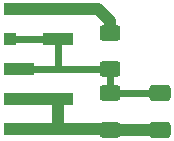
<source format=gbr>
%TF.GenerationSoftware,KiCad,Pcbnew,7.0.10-7.0.10~ubuntu22.04.1*%
%TF.CreationDate,2024-01-16T21:14:25+01:00*%
%TF.ProjectId,teszt5,7465737a-7435-42e6-9b69-6361645f7063,rev?*%
%TF.SameCoordinates,PX5f5e100PY5f5e100*%
%TF.FileFunction,Copper,L1,Top*%
%TF.FilePolarity,Positive*%
%FSLAX46Y46*%
G04 Gerber Fmt 4.6, Leading zero omitted, Abs format (unit mm)*
G04 Created by KiCad (PCBNEW 7.0.10-7.0.10~ubuntu22.04.1) date 2024-01-16 21:14:25*
%MOMM*%
%LPD*%
G01*
G04 APERTURE LIST*
G04 Aperture macros list*
%AMRoundRect*
0 Rectangle with rounded corners*
0 $1 Rounding radius*
0 $2 $3 $4 $5 $6 $7 $8 $9 X,Y pos of 4 corners*
0 Add a 4 corners polygon primitive as box body*
4,1,4,$2,$3,$4,$5,$6,$7,$8,$9,$2,$3,0*
0 Add four circle primitives for the rounded corners*
1,1,$1+$1,$2,$3*
1,1,$1+$1,$4,$5*
1,1,$1+$1,$6,$7*
1,1,$1+$1,$8,$9*
0 Add four rect primitives between the rounded corners*
20,1,$1+$1,$2,$3,$4,$5,0*
20,1,$1+$1,$4,$5,$6,$7,0*
20,1,$1+$1,$6,$7,$8,$9,0*
20,1,$1+$1,$8,$9,$2,$3,0*%
G04 Aperture macros list end*
%TA.AperFunction,SMDPad,CuDef*%
%ADD10R,1.000000X1.000000*%
%TD*%
%TA.AperFunction,SMDPad,CuDef*%
%ADD11RoundRect,0.250000X-0.625000X0.400000X-0.625000X-0.400000X0.625000X-0.400000X0.625000X0.400000X0*%
%TD*%
%TA.AperFunction,SMDPad,CuDef*%
%ADD12R,2.510000X1.000000*%
%TD*%
%TA.AperFunction,SMDPad,CuDef*%
%ADD13RoundRect,0.250000X-0.650000X0.412500X-0.650000X-0.412500X0.650000X-0.412500X0.650000X0.412500X0*%
%TD*%
%TA.AperFunction,Conductor*%
%ADD14C,1.000000*%
%TD*%
%TA.AperFunction,Conductor*%
%ADD15C,0.600000*%
%TD*%
G04 APERTURE END LIST*
D10*
%TO.P,TP4,1,1*%
%TO.N,gnd*%
X1750000Y5975000D03*
%TD*%
%TO.P,TP2,1,1*%
%TO.N,Net-(J1-Pin_2)*%
X1750000Y11050000D03*
%TD*%
D11*
%TO.P,R2,2*%
%TO.N,gnd*%
X10175000Y3400000D03*
%TO.P,R2,1*%
%TO.N,Net-(J1-Pin_2)*%
X10175000Y6500000D03*
%TD*%
%TO.P,R1,1*%
%TO.N,vcc*%
X10175000Y11625000D03*
%TO.P,R1,2*%
%TO.N,Net-(J1-Pin_2)*%
X10175000Y8525000D03*
%TD*%
D12*
%TO.P,J1,1,Pin_1*%
%TO.N,vcc*%
X2495000Y13580000D03*
%TO.P,J1,2,Pin_2*%
%TO.N,Net-(J1-Pin_2)*%
X5805000Y11040000D03*
%TO.P,J1,3,Pin_3*%
X2495000Y8500000D03*
%TO.P,J1,4,Pin_4*%
%TO.N,gnd*%
X5805000Y5960000D03*
%TO.P,J1,5,Pin_5*%
X2495000Y3420000D03*
%TD*%
D13*
%TO.P,C1,1*%
%TO.N,Net-(J1-Pin_2)*%
X14400000Y6512500D03*
%TO.P,C1,2*%
%TO.N,gnd*%
X14400000Y3387500D03*
%TD*%
D14*
%TO.N,gnd*%
X5805000Y5960000D02*
X1765000Y5960000D01*
X1765000Y5960000D02*
X1750000Y5975000D01*
D15*
%TO.N,Net-(J1-Pin_2)*%
X1750000Y11050000D02*
X5795000Y11050000D01*
X5795000Y11050000D02*
X5805000Y11040000D01*
D14*
%TO.N,gnd*%
X2495000Y3420000D02*
X5800000Y3420000D01*
X5800000Y3420000D02*
X10155000Y3420000D01*
X5805000Y3425000D02*
X5800000Y3420000D01*
X5805000Y5960000D02*
X5805000Y3425000D01*
X10155000Y3420000D02*
X10175000Y3400000D01*
D15*
%TO.N,Net-(J1-Pin_2)*%
X10175000Y6500000D02*
X10175000Y8525000D01*
X10175000Y8525000D02*
X5800000Y8525000D01*
X5800000Y8525000D02*
X2520000Y8525000D01*
X5805000Y11040000D02*
X5805000Y8530000D01*
X5805000Y8530000D02*
X5800000Y8525000D01*
X2520000Y8525000D02*
X2495000Y8500000D01*
X10175000Y6500000D02*
X14387500Y6500000D01*
X14387500Y6500000D02*
X14400000Y6512500D01*
D14*
%TO.N,gnd*%
X14400000Y3387500D02*
X14387500Y3400000D01*
X14387500Y3400000D02*
X10175000Y3400000D01*
%TO.N,vcc*%
X10175000Y11650000D02*
X10175000Y12600000D01*
X10175000Y12600000D02*
X9195000Y13580000D01*
X9195000Y13580000D02*
X2495000Y13580000D01*
D15*
%TO.N,Net-(J1-Pin_2)*%
X5725000Y11120000D02*
X5805000Y11040000D01*
X5805000Y11040000D02*
X5835000Y11070000D01*
%TD*%
M02*

</source>
